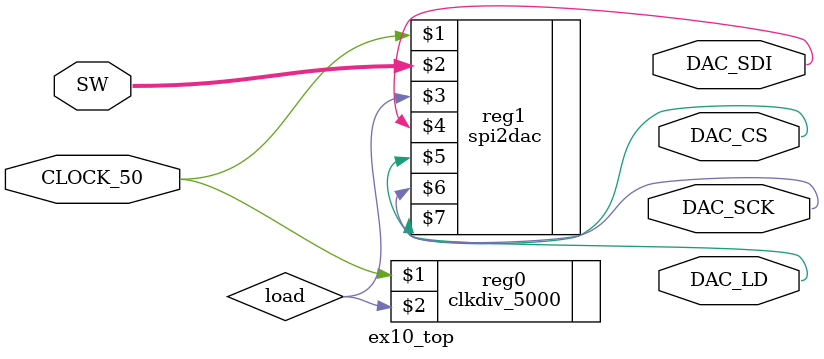
<source format=v>
module ex10_top( 
SW, 
CLOCK_50, 
DAC_SDI, //GREEN TP2
DAC_CS,//RED  TP1 
DAC_SCK, //WHITE TP4
DAC_LD //YELLOW TP3
); 
input [9:0] SW; 
input CLOCK_50; 
output DAC_SDI;		// SPI serial data out
output DAC_CS;			// chip select - low when sending data to dac
output DAC_SCK;		// SPI clock, 16 cycles at half sysclk freq
output DAC_LD;
wire load; 

clkdiv_5000 reg0(CLOCK_50,load); 
spi2dac reg1(CLOCK_50,SW[9:0],load,DAC_SDI,DAC_CS,DAC_SCK,DAC_LD); 


endmodule 
</source>
